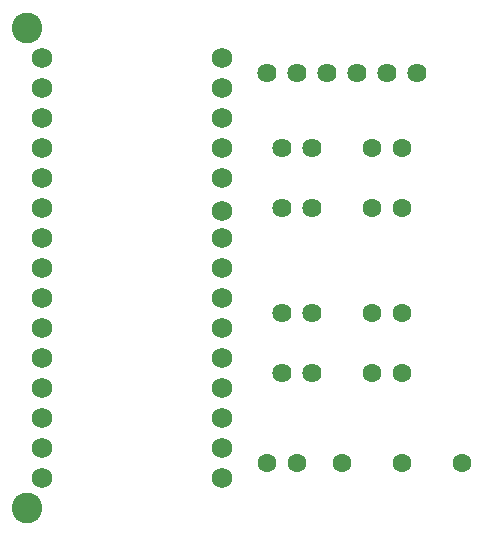
<source format=gts>
G04 Layer: TopSolderMaskLayer*
G04 EasyEDA v6.5.23, 2023-09-08 23:17:12*
G04 de93c458165947d6a0ce1764d10cece9,10*
G04 Gerber Generator version 0.2*
G04 Scale: 100 percent, Rotated: No, Reflected: No *
G04 Dimensions in millimeters *
G04 leading zeros omitted , absolute positions ,4 integer and 5 decimal *
%FSLAX45Y45*%
%MOMM*%

%ADD10C,1.7526*%
%ADD11C,1.6016*%
%ADD12C,1.6256*%
%ADD13C,2.6016*%

%LPD*%
D10*
G01*
X254005Y-381000D03*
G01*
X254005Y-635000D03*
G01*
X254005Y-889000D03*
G01*
X254005Y-1143000D03*
G01*
X254005Y-1397000D03*
G01*
X254005Y-1651000D03*
G01*
X254005Y-1905000D03*
G01*
X254005Y-2159000D03*
G01*
X254005Y-2413000D03*
G01*
X254005Y-2667000D03*
G01*
X254005Y-2921000D03*
G01*
X254005Y-3175000D03*
G01*
X254005Y-3429000D03*
G01*
X254005Y-3683000D03*
G01*
X254005Y-3937000D03*
G01*
X1778005Y-3937000D03*
G01*
X1778005Y-3683000D03*
G01*
X1778005Y-3429000D03*
G01*
X1778005Y-3175000D03*
G01*
X1778005Y-2921000D03*
G01*
X1778005Y-2667000D03*
G01*
X1778005Y-2413000D03*
G01*
X1778005Y-2159000D03*
G01*
X1778005Y-1905000D03*
G01*
X1778005Y-1676400D03*
G01*
X1778005Y-1397000D03*
G01*
X1778005Y-1143000D03*
G01*
X1778005Y-889000D03*
G01*
X1778005Y-635000D03*
G01*
X1778005Y-381000D03*
D11*
G01*
X3048005Y-1651000D03*
G01*
X3302005Y-1651000D03*
G01*
X3048005Y-1143000D03*
G01*
X3302005Y-1143000D03*
D12*
G01*
X2159005Y-508000D03*
G01*
X2413005Y-508000D03*
G01*
X2667005Y-508000D03*
G01*
X2921005Y-508000D03*
G01*
X3175005Y-508000D03*
G01*
X3429005Y-508000D03*
G01*
X2540005Y-1143000D03*
G01*
X2286005Y-1651000D03*
G01*
X2540005Y-1651000D03*
G01*
X2286005Y-1143000D03*
G01*
X2286005Y-2540000D03*
G01*
X2540005Y-3048000D03*
G01*
X2286005Y-3048000D03*
G01*
X2540005Y-2540000D03*
D11*
G01*
X3048005Y-3048000D03*
G01*
X3302005Y-3048000D03*
G01*
X3048005Y-2540000D03*
G01*
X3302005Y-2540000D03*
G01*
X2159005Y-3810000D03*
G01*
X2413005Y-3810000D03*
G01*
X2794005Y-3810000D03*
G01*
X3302005Y-3810000D03*
G01*
X3810005Y-3810000D03*
D13*
G01*
X127000Y-4190992D03*
G01*
X127000Y-127000D03*
M02*

</source>
